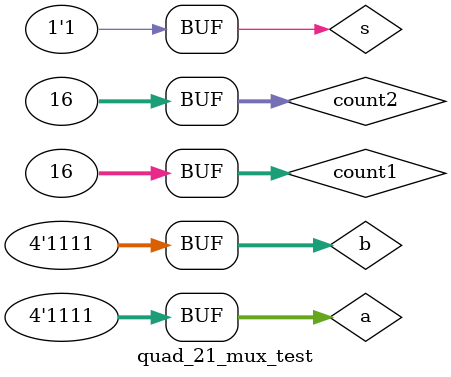
<source format=v>
module quad_21_mux_test;
	wire [3:0]y;
	reg [3:0]a, b;
	reg s;
	quad_21_mux g(y,a,b,s);
	integer count1;
	integer count2;
	initial begin
	for(count1=0; count1<16; count1=count1+1) begin
		for(count2=0; count2<16; count2=count2+1) begin
			#10 a=count1; b=count2; s=0;
			#10 a=count1; b=count2; s=1;
		end
	end
end
endmodule 
		
</source>
